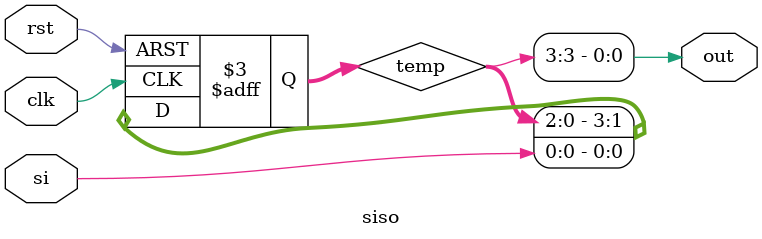
<source format=v>
module siso(input si ,input clk,input rst, output out);
reg [3:0]temp;
assign out = temp[3];
always@(posedge clk,posedge rst) begin
 if (rst) temp<=4'd0;
 else begin
  temp<=temp<<1;
  temp[0]<=si;
 end
end
endmodule

</source>
